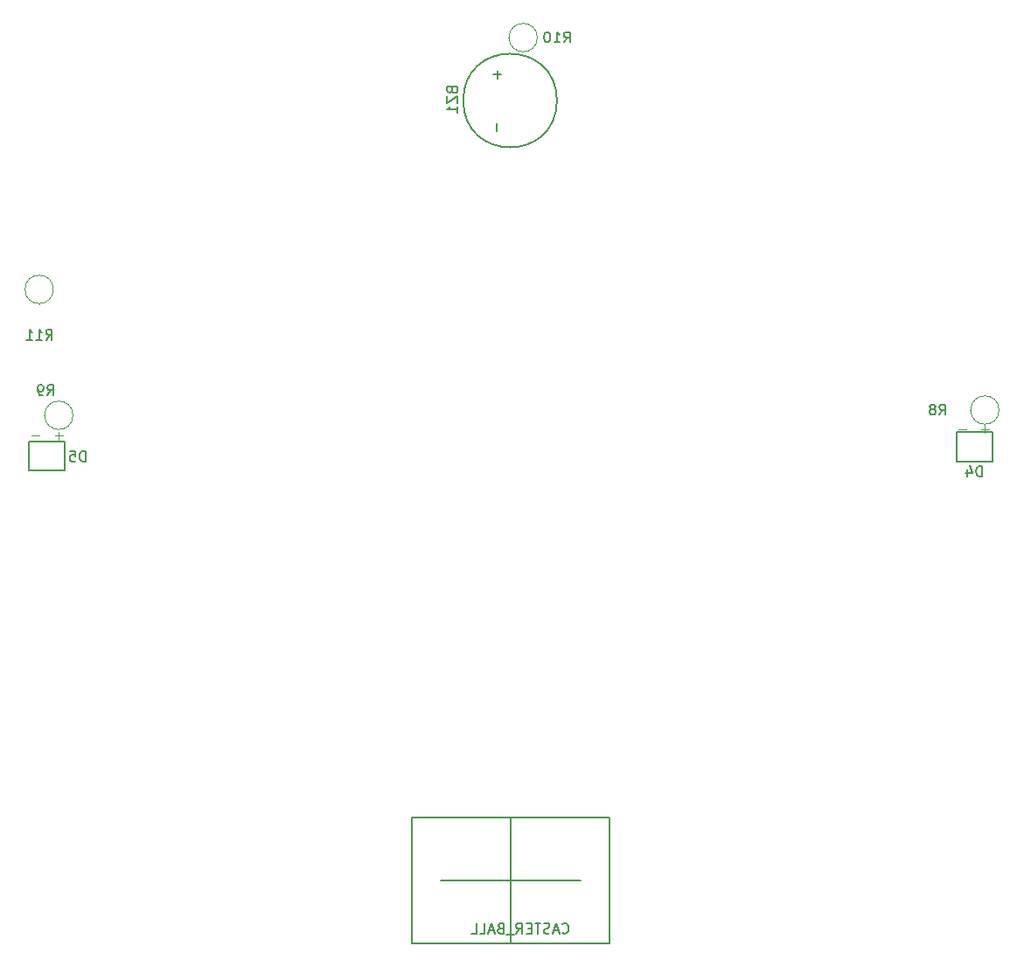
<source format=gbr>
G04 #@! TF.GenerationSoftware,KiCad,Pcbnew,(5.0.0-3-g5ebb6b6)*
G04 #@! TF.CreationDate,2019-09-08T00:47:12-07:00*
G04 #@! TF.ProjectId,mouse,6D6F7573652E6B696361645F70636200,rev?*
G04 #@! TF.SameCoordinates,Original*
G04 #@! TF.FileFunction,Legend,Bot*
G04 #@! TF.FilePolarity,Positive*
%FSLAX46Y46*%
G04 Gerber Fmt 4.6, Leading zero omitted, Abs format (unit mm)*
G04 Created by KiCad (PCBNEW (5.0.0-3-g5ebb6b6)) date Sunday, September 08, 2019 at 12:47:12 AM*
%MOMM*%
%LPD*%
G01*
G04 APERTURE LIST*
%ADD10C,0.100000*%
%ADD11C,0.150000*%
%ADD12C,0.120000*%
G04 APERTURE END LIST*
D10*
X204850952Y-100147428D02*
X204089047Y-100147428D01*
X204470000Y-100528380D02*
X204470000Y-99766476D01*
X202691952Y-100147428D02*
X201930047Y-100147428D01*
X115188952Y-100782428D02*
X114427047Y-100782428D01*
X114808000Y-101163380D02*
X114808000Y-100401476D01*
X112902952Y-100782428D02*
X112141047Y-100782428D01*
D11*
G04 #@! TO.C,M3*
X158559500Y-143827500D02*
X165309500Y-143827500D01*
X158559500Y-143827500D02*
X151809500Y-143827500D01*
X158559500Y-143827500D02*
X158559500Y-149927500D01*
X158559500Y-143827500D02*
X158559500Y-137727500D01*
X158559500Y-149927500D02*
X148959500Y-149927500D01*
X158559500Y-149927500D02*
X168159500Y-149927500D01*
X158559500Y-137727500D02*
X168159500Y-137727500D01*
X158559500Y-137727500D02*
X148959500Y-137727500D01*
X168159500Y-137727500D02*
X168159500Y-149927500D01*
X148959500Y-137727500D02*
X148959500Y-149927500D01*
G04 #@! TO.C,BZ1*
X163031416Y-68326000D02*
G75*
G03X163031416Y-68326000I-4535416J0D01*
G01*
G04 #@! TO.C,D4*
X201704000Y-103254000D02*
X201704000Y-100454000D01*
X203454000Y-100454000D02*
X201704000Y-100454000D01*
X203454000Y-100454000D02*
X205204000Y-100454000D01*
X205204000Y-103254000D02*
X205204000Y-100454000D01*
X203454000Y-103254000D02*
X201704000Y-103254000D01*
X203454000Y-103254000D02*
X205204000Y-103254000D01*
G04 #@! TO.C,D5*
X113665000Y-104143000D02*
X115415000Y-104143000D01*
X113665000Y-104143000D02*
X111915000Y-104143000D01*
X115415000Y-104143000D02*
X115415000Y-101343000D01*
X113665000Y-101343000D02*
X115415000Y-101343000D01*
X113665000Y-101343000D02*
X111915000Y-101343000D01*
X111915000Y-104143000D02*
X111915000Y-101343000D01*
D12*
G04 #@! TO.C,R8*
X205840000Y-98298000D02*
G75*
G03X205840000Y-98298000I-1370000J0D01*
G01*
X203100000Y-98298000D02*
X203030000Y-98298000D01*
G04 #@! TO.C,R9*
X113438000Y-98806000D02*
X113368000Y-98806000D01*
X116178000Y-98806000D02*
G75*
G03X116178000Y-98806000I-1370000J0D01*
G01*
G04 #@! TO.C,R10*
X158396000Y-62230000D02*
X158326000Y-62230000D01*
X161136000Y-62230000D02*
G75*
G03X161136000Y-62230000I-1370000J0D01*
G01*
G04 #@! TO.C,R11*
X114273000Y-86614000D02*
G75*
G03X114273000Y-86614000I-1370000J0D01*
G01*
X112903000Y-87984000D02*
X112903000Y-88054000D01*
G04 #@! TO.C,M3*
D11*
X163559619Y-148896342D02*
X163607238Y-148943961D01*
X163750095Y-148991580D01*
X163845333Y-148991580D01*
X163988190Y-148943961D01*
X164083428Y-148848723D01*
X164131047Y-148753485D01*
X164178666Y-148563009D01*
X164178666Y-148420152D01*
X164131047Y-148229676D01*
X164083428Y-148134438D01*
X163988190Y-148039200D01*
X163845333Y-147991580D01*
X163750095Y-147991580D01*
X163607238Y-148039200D01*
X163559619Y-148086819D01*
X163178666Y-148705866D02*
X162702476Y-148705866D01*
X163273904Y-148991580D02*
X162940571Y-147991580D01*
X162607238Y-148991580D01*
X162321523Y-148943961D02*
X162178666Y-148991580D01*
X161940571Y-148991580D01*
X161845333Y-148943961D01*
X161797714Y-148896342D01*
X161750095Y-148801104D01*
X161750095Y-148705866D01*
X161797714Y-148610628D01*
X161845333Y-148563009D01*
X161940571Y-148515390D01*
X162131047Y-148467771D01*
X162226285Y-148420152D01*
X162273904Y-148372533D01*
X162321523Y-148277295D01*
X162321523Y-148182057D01*
X162273904Y-148086819D01*
X162226285Y-148039200D01*
X162131047Y-147991580D01*
X161892952Y-147991580D01*
X161750095Y-148039200D01*
X161464380Y-147991580D02*
X160892952Y-147991580D01*
X161178666Y-148991580D02*
X161178666Y-147991580D01*
X160559619Y-148467771D02*
X160226285Y-148467771D01*
X160083428Y-148991580D02*
X160559619Y-148991580D01*
X160559619Y-147991580D01*
X160083428Y-147991580D01*
X159083428Y-148991580D02*
X159416761Y-148515390D01*
X159654857Y-148991580D02*
X159654857Y-147991580D01*
X159273904Y-147991580D01*
X159178666Y-148039200D01*
X159131047Y-148086819D01*
X159083428Y-148182057D01*
X159083428Y-148324914D01*
X159131047Y-148420152D01*
X159178666Y-148467771D01*
X159273904Y-148515390D01*
X159654857Y-148515390D01*
X158892952Y-149086819D02*
X158131047Y-149086819D01*
X157559619Y-148467771D02*
X157416761Y-148515390D01*
X157369142Y-148563009D01*
X157321523Y-148658247D01*
X157321523Y-148801104D01*
X157369142Y-148896342D01*
X157416761Y-148943961D01*
X157512000Y-148991580D01*
X157892952Y-148991580D01*
X157892952Y-147991580D01*
X157559619Y-147991580D01*
X157464380Y-148039200D01*
X157416761Y-148086819D01*
X157369142Y-148182057D01*
X157369142Y-148277295D01*
X157416761Y-148372533D01*
X157464380Y-148420152D01*
X157559619Y-148467771D01*
X157892952Y-148467771D01*
X156940571Y-148705866D02*
X156464380Y-148705866D01*
X157035809Y-148991580D02*
X156702476Y-147991580D01*
X156369142Y-148991580D01*
X155559619Y-148991580D02*
X156035809Y-148991580D01*
X156035809Y-147991580D01*
X154750095Y-148991580D02*
X155226285Y-148991580D01*
X155226285Y-147991580D01*
G04 #@! TO.C,BZ1*
X152874571Y-67345047D02*
X152922190Y-67487904D01*
X152969809Y-67535523D01*
X153065047Y-67583142D01*
X153207904Y-67583142D01*
X153303142Y-67535523D01*
X153350761Y-67487904D01*
X153398380Y-67392666D01*
X153398380Y-67011714D01*
X152398380Y-67011714D01*
X152398380Y-67345047D01*
X152446000Y-67440285D01*
X152493619Y-67487904D01*
X152588857Y-67535523D01*
X152684095Y-67535523D01*
X152779333Y-67487904D01*
X152826952Y-67440285D01*
X152874571Y-67345047D01*
X152874571Y-67011714D01*
X152398380Y-67916476D02*
X152398380Y-68583142D01*
X153398380Y-67916476D01*
X153398380Y-68583142D01*
X153398380Y-69487904D02*
X153398380Y-68916476D01*
X153398380Y-69202190D02*
X152398380Y-69202190D01*
X152541238Y-69106952D01*
X152636476Y-69011714D01*
X152684095Y-68916476D01*
X157217428Y-70495047D02*
X157217428Y-71256952D01*
X157267428Y-65445047D02*
X157267428Y-66206952D01*
X157648380Y-65826000D02*
X156886476Y-65826000D01*
G04 #@! TO.C,D4*
X204192095Y-104719380D02*
X204192095Y-103719380D01*
X203954000Y-103719380D01*
X203811142Y-103767000D01*
X203715904Y-103862238D01*
X203668285Y-103957476D01*
X203620666Y-104147952D01*
X203620666Y-104290809D01*
X203668285Y-104481285D01*
X203715904Y-104576523D01*
X203811142Y-104671761D01*
X203954000Y-104719380D01*
X204192095Y-104719380D01*
X202763523Y-104052714D02*
X202763523Y-104719380D01*
X203001619Y-103671761D02*
X203239714Y-104386047D01*
X202620666Y-104386047D01*
G04 #@! TO.C,D5*
X117374895Y-103271580D02*
X117374895Y-102271580D01*
X117136800Y-102271580D01*
X116993942Y-102319200D01*
X116898704Y-102414438D01*
X116851085Y-102509676D01*
X116803466Y-102700152D01*
X116803466Y-102843009D01*
X116851085Y-103033485D01*
X116898704Y-103128723D01*
X116993942Y-103223961D01*
X117136800Y-103271580D01*
X117374895Y-103271580D01*
X115898704Y-102271580D02*
X116374895Y-102271580D01*
X116422514Y-102747771D01*
X116374895Y-102700152D01*
X116279657Y-102652533D01*
X116041561Y-102652533D01*
X115946323Y-102700152D01*
X115898704Y-102747771D01*
X115851085Y-102843009D01*
X115851085Y-103081104D01*
X115898704Y-103176342D01*
X115946323Y-103223961D01*
X116041561Y-103271580D01*
X116279657Y-103271580D01*
X116374895Y-103223961D01*
X116422514Y-103176342D01*
G04 #@! TO.C,R8*
X200064666Y-98750380D02*
X200398000Y-98274190D01*
X200636095Y-98750380D02*
X200636095Y-97750380D01*
X200255142Y-97750380D01*
X200159904Y-97798000D01*
X200112285Y-97845619D01*
X200064666Y-97940857D01*
X200064666Y-98083714D01*
X200112285Y-98178952D01*
X200159904Y-98226571D01*
X200255142Y-98274190D01*
X200636095Y-98274190D01*
X199493238Y-98178952D02*
X199588476Y-98131333D01*
X199636095Y-98083714D01*
X199683714Y-97988476D01*
X199683714Y-97940857D01*
X199636095Y-97845619D01*
X199588476Y-97798000D01*
X199493238Y-97750380D01*
X199302761Y-97750380D01*
X199207523Y-97798000D01*
X199159904Y-97845619D01*
X199112285Y-97940857D01*
X199112285Y-97988476D01*
X199159904Y-98083714D01*
X199207523Y-98131333D01*
X199302761Y-98178952D01*
X199493238Y-98178952D01*
X199588476Y-98226571D01*
X199636095Y-98274190D01*
X199683714Y-98369428D01*
X199683714Y-98559904D01*
X199636095Y-98655142D01*
X199588476Y-98702761D01*
X199493238Y-98750380D01*
X199302761Y-98750380D01*
X199207523Y-98702761D01*
X199159904Y-98655142D01*
X199112285Y-98559904D01*
X199112285Y-98369428D01*
X199159904Y-98274190D01*
X199207523Y-98226571D01*
X199302761Y-98178952D01*
G04 #@! TO.C,R9*
X113704666Y-96870780D02*
X114038000Y-96394590D01*
X114276095Y-96870780D02*
X114276095Y-95870780D01*
X113895142Y-95870780D01*
X113799904Y-95918400D01*
X113752285Y-95966019D01*
X113704666Y-96061257D01*
X113704666Y-96204114D01*
X113752285Y-96299352D01*
X113799904Y-96346971D01*
X113895142Y-96394590D01*
X114276095Y-96394590D01*
X113228476Y-96870780D02*
X113038000Y-96870780D01*
X112942761Y-96823161D01*
X112895142Y-96775542D01*
X112799904Y-96632685D01*
X112752285Y-96442209D01*
X112752285Y-96061257D01*
X112799904Y-95966019D01*
X112847523Y-95918400D01*
X112942761Y-95870780D01*
X113133238Y-95870780D01*
X113228476Y-95918400D01*
X113276095Y-95966019D01*
X113323714Y-96061257D01*
X113323714Y-96299352D01*
X113276095Y-96394590D01*
X113228476Y-96442209D01*
X113133238Y-96489828D01*
X112942761Y-96489828D01*
X112847523Y-96442209D01*
X112799904Y-96394590D01*
X112752285Y-96299352D01*
G04 #@! TO.C,R10*
X163710857Y-62682380D02*
X164044190Y-62206190D01*
X164282285Y-62682380D02*
X164282285Y-61682380D01*
X163901333Y-61682380D01*
X163806095Y-61730000D01*
X163758476Y-61777619D01*
X163710857Y-61872857D01*
X163710857Y-62015714D01*
X163758476Y-62110952D01*
X163806095Y-62158571D01*
X163901333Y-62206190D01*
X164282285Y-62206190D01*
X162758476Y-62682380D02*
X163329904Y-62682380D01*
X163044190Y-62682380D02*
X163044190Y-61682380D01*
X163139428Y-61825238D01*
X163234666Y-61920476D01*
X163329904Y-61968095D01*
X162139428Y-61682380D02*
X162044190Y-61682380D01*
X161948952Y-61730000D01*
X161901333Y-61777619D01*
X161853714Y-61872857D01*
X161806095Y-62063333D01*
X161806095Y-62301428D01*
X161853714Y-62491904D01*
X161901333Y-62587142D01*
X161948952Y-62634761D01*
X162044190Y-62682380D01*
X162139428Y-62682380D01*
X162234666Y-62634761D01*
X162282285Y-62587142D01*
X162329904Y-62491904D01*
X162377523Y-62301428D01*
X162377523Y-62063333D01*
X162329904Y-61872857D01*
X162282285Y-61777619D01*
X162234666Y-61730000D01*
X162139428Y-61682380D01*
G04 #@! TO.C,R11*
X113571257Y-91485980D02*
X113904590Y-91009790D01*
X114142685Y-91485980D02*
X114142685Y-90485980D01*
X113761733Y-90485980D01*
X113666495Y-90533600D01*
X113618876Y-90581219D01*
X113571257Y-90676457D01*
X113571257Y-90819314D01*
X113618876Y-90914552D01*
X113666495Y-90962171D01*
X113761733Y-91009790D01*
X114142685Y-91009790D01*
X112618876Y-91485980D02*
X113190304Y-91485980D01*
X112904590Y-91485980D02*
X112904590Y-90485980D01*
X112999828Y-90628838D01*
X113095066Y-90724076D01*
X113190304Y-90771695D01*
X111666495Y-91485980D02*
X112237923Y-91485980D01*
X111952209Y-91485980D02*
X111952209Y-90485980D01*
X112047447Y-90628838D01*
X112142685Y-90724076D01*
X112237923Y-90771695D01*
G04 #@! TD*
M02*

</source>
